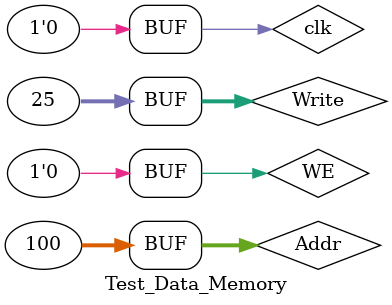
<source format=sv>
`timescale 1ns / 1ps


module Test_Data_Memory();
    
logic [31:0]Addr;
logic [31:0] Write;
logic [31:0] Read;
logic WE;
logic clk;

Data_Memory DUT(Addr, Write, Read, WE, clk);

always begin
clk = 1; #5;
clk = 0; #5;
end

initial begin
WE = 1; Addr = 32'd96; Write = 32'd7;
#5;
Addr = 32'd100; Write = 32'd25;
#10; 
WE = 0;  
#12;
Addr = 32'd96;
#10;
Addr = 32'd100;
//#10;
//WE = 1; 
//WE = 0;
//Write = 32'b0; 
end

endmodule

</source>
